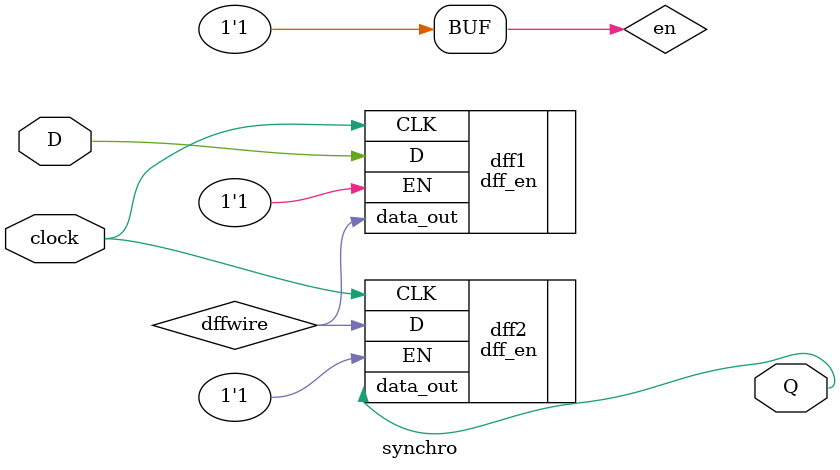
<source format=v>
module synchro
(
    input D,
    input clock,
    output Q
);

wire en;
assign en = 1'b1;

wire dffwire;

dff_en dff1
(
    .D(D),
    .EN(en),
    .data_out(dffwire),
    .CLK(clock)
);

dff_en dff2
(
    .D(dffwire),
    .EN(en),
    .data_out(Q),
    .CLK(clock)
);

endmodule

</source>
